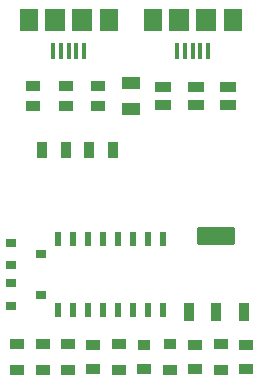
<source format=gbr>
%TF.GenerationSoftware,Altium Limited,Altium Designer,20.2.6 (244)*%
G04 Layer_Color=8421504*
%FSLAX26Y26*%
%MOIN*%
%TF.SameCoordinates,2EAD6035-BE33-4F7B-B0E7-EE8266E33042*%
%TF.FilePolarity,Positive*%
%TF.FileFunction,Paste,Top*%
%TF.Part,Single*%
G01*
G75*
%TA.AperFunction,SMDPad,CuDef*%
%ADD10R,0.043307X0.031752*%
%ADD11R,0.051505X0.031752*%
%ADD12R,0.053150X0.037402*%
%ADD13R,0.059055X0.039370*%
%ADD14R,0.047244X0.033465*%
%ADD15R,0.035433X0.031496*%
G04:AMPARAMS|DCode=16|XSize=124.016mil|YSize=57.087mil|CornerRadius=1.998mil|HoleSize=0mil|Usage=FLASHONLY|Rotation=180.000|XOffset=0mil|YOffset=0mil|HoleType=Round|Shape=RoundedRectangle|*
%AMROUNDEDRECTD16*
21,1,0.124016,0.053091,0,0,180.0*
21,1,0.120020,0.057087,0,0,180.0*
1,1,0.003996,-0.060010,0.026545*
1,1,0.003996,0.060010,0.026545*
1,1,0.003996,0.060010,-0.026545*
1,1,0.003996,-0.060010,-0.026545*
%
%ADD16ROUNDEDRECTD16*%
G04:AMPARAMS|DCode=17|XSize=35.433mil|YSize=57.087mil|CornerRadius=1.949mil|HoleSize=0mil|Usage=FLASHONLY|Rotation=180.000|XOffset=0mil|YOffset=0mil|HoleType=Round|Shape=RoundedRectangle|*
%AMROUNDEDRECTD17*
21,1,0.035433,0.053189,0,0,180.0*
21,1,0.031535,0.057087,0,0,180.0*
1,1,0.003898,-0.015768,0.026594*
1,1,0.003898,0.015768,0.026594*
1,1,0.003898,0.015768,-0.026594*
1,1,0.003898,-0.015768,-0.026594*
%
%ADD17ROUNDEDRECTD17*%
G04:AMPARAMS|DCode=18|XSize=21.654mil|YSize=49.213mil|CornerRadius=1.949mil|HoleSize=0mil|Usage=FLASHONLY|Rotation=0.000|XOffset=0mil|YOffset=0mil|HoleType=Round|Shape=RoundedRectangle|*
%AMROUNDEDRECTD18*
21,1,0.021654,0.045315,0,0,0.0*
21,1,0.017756,0.049213,0,0,0.0*
1,1,0.003898,0.008878,-0.022657*
1,1,0.003898,-0.008878,-0.022657*
1,1,0.003898,-0.008878,0.022657*
1,1,0.003898,0.008878,0.022657*
%
%ADD18ROUNDEDRECTD18*%
%ADD19R,0.043307X0.033465*%
%TA.AperFunction,ConnectorPad*%
%ADD20R,0.015748X0.053150*%
%ADD21R,0.070866X0.074803*%
%TA.AperFunction,SMDPad,CuDef*%
%ADD22R,0.037402X0.053150*%
%TA.AperFunction,Conductor*%
%ADD26R,0.062008X0.074803*%
%ADD27R,0.062008X0.074803*%
D10*
X563071Y358307D02*
D03*
D11*
X55000D02*
D03*
Y271614D02*
D03*
X140000Y358307D02*
D03*
Y271614D02*
D03*
X563071D02*
D03*
X733071Y358307D02*
D03*
Y271614D02*
D03*
X223071D02*
D03*
X393071D02*
D03*
X216535Y1151541D02*
D03*
Y1218538D02*
D03*
X108268Y1151541D02*
D03*
Y1218538D02*
D03*
X324803Y1151541D02*
D03*
Y1218538D02*
D03*
X393071Y358307D02*
D03*
X223071D02*
D03*
D12*
X541339Y1155512D02*
D03*
Y1214567D02*
D03*
X757874Y1155512D02*
D03*
Y1214567D02*
D03*
X649606Y1155512D02*
D03*
Y1214567D02*
D03*
D13*
X433071Y1141732D02*
D03*
Y1228347D02*
D03*
D14*
X818071Y356299D02*
D03*
Y273622D02*
D03*
X648071Y356299D02*
D03*
Y273622D02*
D03*
X478071D02*
D03*
X308071Y356299D02*
D03*
Y273622D02*
D03*
D15*
X134213Y523425D02*
D03*
X35787Y486024D02*
D03*
Y560827D02*
D03*
X134213Y659449D02*
D03*
X35787Y622047D02*
D03*
Y696850D02*
D03*
D16*
X718583Y718504D02*
D03*
D17*
X809134Y464567D02*
D03*
X718583D02*
D03*
X628032D02*
D03*
D18*
X189252Y472441D02*
D03*
X239252D02*
D03*
X289252D02*
D03*
X339252D02*
D03*
X389252D02*
D03*
X439252D02*
D03*
X489252D02*
D03*
X539252D02*
D03*
X189252Y708661D02*
D03*
X239252D02*
D03*
X289252D02*
D03*
X339252D02*
D03*
X389252D02*
D03*
X439252D02*
D03*
X489252D02*
D03*
X539252D02*
D03*
D19*
X478071Y356299D02*
D03*
D20*
X614173Y1333661D02*
D03*
X639764D02*
D03*
X588582D02*
D03*
X665354D02*
D03*
X690945D02*
D03*
X200787D02*
D03*
X226378D02*
D03*
X175197D02*
D03*
X251969D02*
D03*
X277559D02*
D03*
D21*
X685039Y1438976D02*
D03*
X594488D02*
D03*
X181102D02*
D03*
X271654D02*
D03*
D22*
X137165Y1003937D02*
D03*
X215905D02*
D03*
X294646D02*
D03*
X373386D02*
D03*
D26*
X506398Y1438977D02*
D03*
X93012D02*
D03*
D27*
X773130Y1438976D02*
D03*
X359744D02*
D03*
%TF.MD5,fccc1fa60cfbb401724f9216cccd9469*%
M02*

</source>
